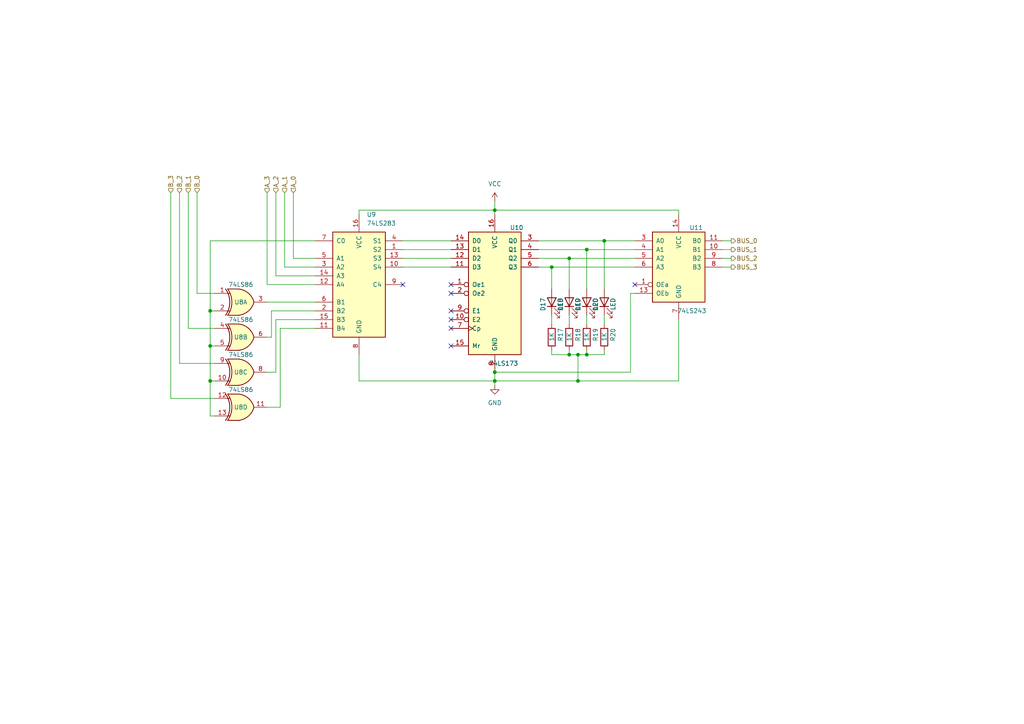
<source format=kicad_sch>
(kicad_sch (version 20230121) (generator eeschema)
  (paper "A4")
  (lib_symbols
    (symbol "74xx:74LS173" (pin_names (offset 1.016))
      (property "Reference" "U" (at -7.62 19.05 0))
      (property "Value" "74LS173" (at -7.62 -19.05 0))
      (symbol "74LS173_1_0"
        (pin input inverted (at -12.7 2.54 0) (length 5.08) (name "Oe1") (number "1"))
        (pin input inverted (at -12.7 -7.62 0) (length 5.08) (name "E2") (number "10"))
        (pin input line (at -12.7 7.62 0) (length 5.08) (name "D3") (number "11"))
        (pin input line (at -12.7 10.16 0) (length 5.08) (name "D2") (number "12"))
        (pin input line (at -12.7 12.7 0) (length 5.08) (name "D1") (number "13"))
        (pin input line (at -12.7 15.24 0) (length 5.08) (name "D0") (number "14"))
        (pin input line (at -12.7 -15.24 0) (length 5.08) (name "Mr") (number "15"))
        (pin power_in line (at 0 22.86 270) (length 5.08) (name "VCC") (number "16"))
        (pin input inverted (at -12.7 0 0) (length 5.08) (name "Oe2") (number "2"))
        (pin tri_state line (at 12.7 15.24 180) (length 5.08) (name "Q0") (number "3"))
        (pin tri_state line (at 12.7 12.7 180) (length 5.08) (name "Q1") (number "4"))
        (pin tri_state line (at 12.7 10.16 180) (length 5.08) (name "Q2") (number "5"))
        (pin tri_state line (at 12.7 7.62 180) (length 5.08) (name "Q3") (number "6"))
        (pin input clock (at -12.7 -10.16 0) (length 5.08) (name "Cp") (number "7"))
        (pin power_in line (at 0 -22.86 90) (length 5.08) (name "GND") (number "8"))
        (pin input inverted (at -12.7 -5.08 0) (length 5.08) (name "E1") (number "9"))
      )
      (symbol "74LS173_1_1"
        (rectangle (start -7.62 17.78) (end 7.62 -17.78) (stroke (width 0.254)) (fill (type background)))
      )
    )
    (symbol "74xx:74LS243" (pin_names (offset 1.016))
      (property "Reference" "U" (at -7.62 11.43 0))
      (property "Value" "74LS243" (at -7.62 -11.43 0))
      (symbol "74LS243_1_0"
        (pin input inverted (at -12.7 -5.08 0) (length 5.08) (name "OEa") (number "1"))
        (pin tri_state line (at 12.7 5.08 180) (length 5.08) (name "B1") (number "10"))
        (pin tri_state line (at 12.7 7.62 180) (length 5.08) (name "B0") (number "11"))
        (pin input line (at -12.7 -7.62 0) (length 5.08) (name "OEb") (number "13"))
        (pin power_in line (at 0 15.24 270) (length 5.08) (name "VCC") (number "14"))
        (pin input line (at -12.7 7.62 0) (length 5.08) (name "A0") (number "3"))
        (pin input line (at -12.7 5.08 0) (length 5.08) (name "A1") (number "4"))
        (pin input line (at -12.7 2.54 0) (length 5.08) (name "A2") (number "5"))
        (pin input line (at -12.7 0 0) (length 5.08) (name "A3") (number "6"))
        (pin power_in line (at 0 -15.24 90) (length 5.08) (name "GND") (number "7"))
        (pin tri_state line (at 12.7 0 180) (length 5.08) (name "B3") (number "8"))
        (pin tri_state line (at 12.7 2.54 180) (length 5.08) (name "B2") (number "9"))
      )
      (symbol "74LS243_1_1"
        (rectangle (start -7.62 10.16) (end 7.62 -10.16) (stroke (width 0.254)) (fill (type background)))
      )
    )
    (symbol "74xx:74LS283" (pin_names (offset 1.016))
      (property "Reference" "U" (at -7.62 16.51 0))
      (property "Value" "74LS283" (at -7.62 -16.51 0))
      (symbol "74LS283_1_0"
        (pin output line (at 12.7 10.16 180) (length 5.08) (name "S2") (number "1"))
        (pin output line (at 12.7 5.08 180) (length 5.08) (name "S4") (number "10"))
        (pin input line (at -12.7 -12.7 0) (length 5.08) (name "B4") (number "11"))
        (pin input line (at -12.7 0 0) (length 5.08) (name "A4") (number "12"))
        (pin output line (at 12.7 7.62 180) (length 5.08) (name "S3") (number "13"))
        (pin input line (at -12.7 2.54 0) (length 5.08) (name "A3") (number "14"))
        (pin input line (at -12.7 -10.16 0) (length 5.08) (name "B3") (number "15"))
        (pin power_in line (at 0 20.32 270) (length 5.08) (name "VCC") (number "16"))
        (pin input line (at -12.7 -7.62 0) (length 5.08) (name "B2") (number "2"))
        (pin input line (at -12.7 5.08 0) (length 5.08) (name "A2") (number "3"))
        (pin output line (at 12.7 12.7 180) (length 5.08) (name "S1") (number "4"))
        (pin input line (at -12.7 7.62 0) (length 5.08) (name "A1") (number "5"))
        (pin input line (at -12.7 -5.08 0) (length 5.08) (name "B1") (number "6"))
        (pin input line (at -12.7 12.7 0) (length 5.08) (name "C0") (number "7"))
        (pin power_in line (at 0 -20.32 90) (length 5.08) (name "GND") (number "8"))
        (pin output line (at 12.7 0 180) (length 5.08) (name "C4") (number "9"))
      )
      (symbol "74LS283_1_1"
        (rectangle (start -7.62 15.24) (end 7.62 -15.24) (stroke (width 0.254)) (fill (type background)))
      )
    )
    (symbol "74xx:74LS86" (pin_names (offset 1.016))
      (property "Reference" "U" (at 0 1.27 0))
      (property "Value" "74LS86" (at 0 -1.27 0))
      (symbol "74LS86_1_0"
        (arc (start -4.4196 -3.81) (mid -3.2033 0) (end -4.4196 3.81) (stroke (width 0.254)))
        (arc (start -3.81 -3.81) (mid -2.589 0) (end -3.81 3.81) (stroke (width 0.254)))
        (arc (start -0.6096 -3.81) (mid 2.1842 -2.5851) (end 3.81 0) (stroke (width 0.254)) (fill (type background)))
        (polyline (pts (xy -3.81 -3.81) (xy -0.635 -3.81)) (stroke (width 0.254)) (fill (type background)))
        (polyline (pts (xy -3.81 3.81) (xy -0.635 3.81)) (stroke (width 0.254)) (fill (type background)))
        (polyline (pts (xy -0.635 3.81) (xy -3.81 3.81) (xy -3.81 3.81) (xy -3.556 3.4036) (xy -3.0226 2.2606) (xy -2.6924 1.0414) (xy -2.6162 -0.254) (xy -2.7686 -1.4986) (xy -3.175 -2.7178) (xy -3.81 -3.81) (xy -3.81 -3.81) (xy -0.635 -3.81)) (stroke (width -25.4)) (fill (type background)))
        (arc (start 3.81 0) (mid 2.1915 2.5936) (end -0.6096 3.81) (stroke (width 0.254)) (fill (type background)))
        (pin input line (at -7.62 2.54 0) (length 4.445) (name "~") (number "1"))
        (pin input line (at -7.62 -2.54 0) (length 4.445) (name "~") (number "2"))
        (pin output line (at 7.62 0 180) (length 3.81) (name "~") (number "3"))
      )
      (symbol "74LS86_1_1"
        (polyline (pts (xy -3.81 -2.54) (xy -3.175 -2.54)) (stroke (width 0.1524)))
        (polyline (pts (xy -3.81 2.54) (xy -3.175 2.54)) (stroke (width 0.1524)))
      )
      (symbol "74LS86_2_0"
        (arc (start -4.4196 -3.81) (mid -3.2033 0) (end -4.4196 3.81) (stroke (width 0.254)))
        (arc (start -3.81 -3.81) (mid -2.589 0) (end -3.81 3.81) (stroke (width 0.254)))
        (arc (start -0.6096 -3.81) (mid 2.1842 -2.5851) (end 3.81 0) (stroke (width 0.254)) (fill (type background)))
        (polyline (pts (xy -3.81 -3.81) (xy -0.635 -3.81)) (stroke (width 0.254)) (fill (type background)))
        (polyline (pts (xy -3.81 3.81) (xy -0.635 3.81)) (stroke (width 0.254)) (fill (type background)))
        (polyline (pts (xy -0.635 3.81) (xy -3.81 3.81) (xy -3.81 3.81) (xy -3.556 3.4036) (xy -3.0226 2.2606) (xy -2.6924 1.0414) (xy -2.6162 -0.254) (xy -2.7686 -1.4986) (xy -3.175 -2.7178) (xy -3.81 -3.81) (xy -3.81 -3.81) (xy -0.635 -3.81)) (stroke (width -25.4)) (fill (type background)))
        (arc (start 3.81 0) (mid 2.1915 2.5936) (end -0.6096 3.81) (stroke (width 0.254)) (fill (type background)))
        (pin input line (at -7.62 2.54 0) (length 4.445) (name "~") (number "4"))
        (pin input line (at -7.62 -2.54 0) (length 4.445) (name "~") (number "5"))
        (pin output line (at 7.62 0 180) (length 3.81) (name "~") (number "6"))
      )
      (symbol "74LS86_2_1"
        (polyline (pts (xy -3.81 -2.54) (xy -3.175 -2.54)) (stroke (width 0.1524)))
        (polyline (pts (xy -3.81 2.54) (xy -3.175 2.54)) (stroke (width 0.1524)))
      )
      (symbol "74LS86_3_0"
        (arc (start -4.4196 -3.81) (mid -3.2033 0) (end -4.4196 3.81) (stroke (width 0.254)))
        (arc (start -3.81 -3.81) (mid -2.589 0) (end -3.81 3.81) (stroke (width 0.254)))
        (arc (start -0.6096 -3.81) (mid 2.1842 -2.5851) (end 3.81 0) (stroke (width 0.254)) (fill (type background)))
        (polyline (pts (xy -3.81 -3.81) (xy -0.635 -3.81)) (stroke (width 0.254)) (fill (type background)))
        (polyline (pts (xy -3.81 3.81) (xy -0.635 3.81)) (stroke (width 0.254)) (fill (type background)))
        (polyline (pts (xy -0.635 3.81) (xy -3.81 3.81) (xy -3.81 3.81) (xy -3.556 3.4036) (xy -3.0226 2.2606) (xy -2.6924 1.0414) (xy -2.6162 -0.254) (xy -2.7686 -1.4986) (xy -3.175 -2.7178) (xy -3.81 -3.81) (xy -3.81 -3.81) (xy -0.635 -3.81)) (stroke (width -25.4)) (fill (type background)))
        (arc (start 3.81 0) (mid 2.1915 2.5936) (end -0.6096 3.81) (stroke (width 0.254)) (fill (type background)))
        (pin input line (at -7.62 -2.54 0) (length 4.445) (name "~") (number "10"))
        (pin output line (at 7.62 0 180) (length 3.81) (name "~") (number "8"))
        (pin input line (at -7.62 2.54 0) (length 4.445) (name "~") (number "9"))
      )
      (symbol "74LS86_3_1"
        (polyline (pts (xy -3.81 -2.54) (xy -3.175 -2.54)) (stroke (width 0.1524)))
        (polyline (pts (xy -3.81 2.54) (xy -3.175 2.54)) (stroke (width 0.1524)))
      )
      (symbol "74LS86_4_0"
        (arc (start -4.4196 -3.81) (mid -3.2033 0) (end -4.4196 3.81) (stroke (width 0.254)))
        (arc (start -3.81 -3.81) (mid -2.589 0) (end -3.81 3.81) (stroke (width 0.254)))
        (arc (start -0.6096 -3.81) (mid 2.1842 -2.5851) (end 3.81 0) (stroke (width 0.254)) (fill (type background)))
        (polyline (pts (xy -3.81 -3.81) (xy -0.635 -3.81)) (stroke (width 0.254)) (fill (type background)))
        (polyline (pts (xy -3.81 3.81) (xy -0.635 3.81)) (stroke (width 0.254)) (fill (type background)))
        (polyline (pts (xy -0.635 3.81) (xy -3.81 3.81) (xy -3.81 3.81) (xy -3.556 3.4036) (xy -3.0226 2.2606) (xy -2.6924 1.0414) (xy -2.6162 -0.254) (xy -2.7686 -1.4986) (xy -3.175 -2.7178) (xy -3.81 -3.81) (xy -3.81 -3.81) (xy -0.635 -3.81)) (stroke (width -25.4)) (fill (type background)))
        (arc (start 3.81 0) (mid 2.1915 2.5936) (end -0.6096 3.81) (stroke (width 0.254)) (fill (type background)))
        (pin output line (at 7.62 0 180) (length 3.81) (name "~") (number "11"))
        (pin input line (at -7.62 2.54 0) (length 4.445) (name "~") (number "12"))
        (pin input line (at -7.62 -2.54 0) (length 4.445) (name "~") (number "13"))
      )
      (symbol "74LS86_4_1"
        (polyline (pts (xy -3.81 -2.54) (xy -3.175 -2.54)) (stroke (width 0.1524)))
        (polyline (pts (xy -3.81 2.54) (xy -3.175 2.54)) (stroke (width 0.1524)))
      )
      (symbol "74LS86_5_0"
        (pin power_in line (at 0 12.7 270) (length 5.08) (name "VCC") (number "14"))
        (pin power_in line (at 0 -12.7 90) (length 5.08) (name "GND") (number "7"))
      )
      (symbol "74LS86_5_1"
        (rectangle (start -5.08 7.62) (end 5.08 -7.62) (stroke (width 0.254)) (fill (type background)))
      )
    )
    (symbol "Device:LED" (pin_numbers hide) (pin_names (offset 1.016) hide)
      (property "Reference" "D" (at 0 2.54 0))
      (property "Value" "LED" (at 0 -2.54 0))
      (symbol "LED_0_1"
        (polyline (pts (xy -1.27 -1.27) (xy -1.27 1.27)) (stroke (width 0.254)))
        (polyline (pts (xy -1.27 0) (xy 1.27 0)))
        (polyline (pts (xy 1.27 -1.27) (xy 1.27 1.27) (xy -1.27 0) (xy 1.27 -1.27)) (stroke (width 0.254)))
        (polyline (pts (xy -3.048 -0.762) (xy -4.572 -2.286) (xy -3.81 -2.286) (xy -4.572 -2.286) (xy -4.572 -1.524)))
        (polyline (pts (xy -1.778 -0.762) (xy -3.302 -2.286) (xy -2.54 -2.286) (xy -3.302 -2.286) (xy -3.302 -1.524)))
      )
      (symbol "LED_1_1"
        (pin passive line (at -3.81 0 0) (length 2.54) (name "K") (number "1"))
        (pin passive line (at 3.81 0 180) (length 2.54) (name "A") (number "2"))
      )
    )
    (symbol "Device:R" (pin_numbers hide) (pin_names (offset 0))
      (property "Reference" "R" (at 2.032 0 90))
      (property "Value" "R" (at 0 0 90))
      (symbol "R_0_1"
        (rectangle (start -1.016 -2.54) (end 1.016 2.54) (stroke (width 0.254)))
      )
      (symbol "R_1_1"
        (pin passive line (at 0 3.81 270) (length 1.27) (name "~") (number "1"))
        (pin passive line (at 0 -3.81 90) (length 1.27) (name "~") (number "2"))
      )
    )
    (symbol "power:GND" (power) (pin_names (offset 0))
      (property "Value" "GND" (at 0 -3.81 0))
      (symbol "GND_0_1"
        (polyline (pts (xy 0 0) (xy 0 -1.27) (xy 1.27 -1.27) (xy 0 -2.54) (xy -1.27 -1.27) (xy 0 -1.27)))
      )
      (symbol "GND_1_1"
        (pin power_in line (at 0 0 270) (length 0) hide (name "GND") (number "1"))
      )
    )
    (symbol "power:VCC" (power) (pin_names (offset 0))
      (property "Value" "VCC" (at 0 3.81 0))
      (symbol "VCC_0_1"
        (polyline (pts (xy -0.762 1.27) (xy 0 2.54)))
        (polyline (pts (xy 0 0) (xy 0 2.54)))
        (polyline (pts (xy 0 2.54) (xy 0.762 1.27)))
      )
      (symbol "VCC_1_1"
        (pin power_in line (at 0 0 90) (length 0) hide (name "VCC") (number "1"))
      )
    )
  )
  (junction (at 143.51 110.49))
  (junction (at 165.1 102.87))
  (junction (at 143.51 60.96))
  (junction (at 170.18 102.87))
  (junction (at 60.96 110.49))
  (junction (at 143.51 107.95))
  (junction (at 167.64 110.49))
  (junction (at 175.26 69.85))
  (junction (at 165.1 74.93))
  (junction (at 160.02 77.47))
  (junction (at 60.96 90.17))
  (junction (at 60.96 100.33))
  (junction (at 170.18 72.39))
  (junction (at 167.64 102.87))
  (no_connect (at 116.84 82.55))
  (no_connect (at 130.81 92.71))
  (no_connect (at 130.81 85.09))
  (no_connect (at 130.81 82.55))
  (no_connect (at 130.81 100.33))
  (no_connect (at 130.81 90.17))
  (no_connect (at 130.81 95.25))
  (no_connect (at 184.15 82.55))
  (wire (pts (xy 57.15 85.09) (xy 62.23 85.09)))
  (wire (pts (xy 156.21 77.47) (xy 160.02 77.47)))
  (wire (pts (xy 170.18 83.82) (xy 170.18 72.39)))
  (wire (pts (xy 81.28 95.25) (xy 91.44 95.25)))
  (wire (pts (xy 104.14 60.96) (xy 104.14 62.23)))
  (wire (pts (xy 165.1 74.93) (xy 184.15 74.93)))
  (wire (pts (xy 167.64 102.87) (xy 165.1 102.87)))
  (wire (pts (xy 167.64 110.49) (xy 196.85 110.49)))
  (wire (pts (xy 81.28 118.11) (xy 81.28 95.25)))
  (wire (pts (xy 175.26 101.6) (xy 175.26 102.87)))
  (wire (pts (xy 104.14 60.96) (xy 143.51 60.96)))
  (wire (pts (xy 77.47 118.11) (xy 81.28 118.11)))
  (wire (pts (xy 85.09 74.93) (xy 91.44 74.93)))
  (wire (pts (xy 143.51 110.49) (xy 104.14 110.49)))
  (wire (pts (xy 91.44 77.47) (xy 82.55 77.47)))
  (wire (pts (xy 143.51 107.95) (xy 143.51 110.49)))
  (wire (pts (xy 170.18 91.44) (xy 170.18 93.98)))
  (wire (pts (xy 91.44 82.55) (xy 77.47 82.55)))
  (wire (pts (xy 60.96 110.49) (xy 60.96 120.65)))
  (wire (pts (xy 80.01 92.71) (xy 91.44 92.71)))
  (wire (pts (xy 156.21 74.93) (xy 165.1 74.93)))
  (wire (pts (xy 78.74 90.17) (xy 91.44 90.17)))
  (wire (pts (xy 52.07 55.88) (xy 52.07 105.41)))
  (wire (pts (xy 91.44 69.85) (xy 60.96 69.85)))
  (wire (pts (xy 80.01 80.01) (xy 91.44 80.01)))
  (wire (pts (xy 49.53 115.57) (xy 49.53 55.88)))
  (wire (pts (xy 80.01 107.95) (xy 80.01 92.71)))
  (wire (pts (xy 167.64 102.87) (xy 167.64 110.49)))
  (wire (pts (xy 156.21 69.85) (xy 175.26 69.85)))
  (wire (pts (xy 85.09 55.88) (xy 85.09 74.93)))
  (wire (pts (xy 209.55 77.47) (xy 212.09 77.47)))
  (wire (pts (xy 182.88 107.95) (xy 182.88 85.09)))
  (wire (pts (xy 165.1 83.82) (xy 165.1 74.93)))
  (wire (pts (xy 160.02 101.6) (xy 160.02 102.87)))
  (wire (pts (xy 60.96 100.33) (xy 62.23 100.33)))
  (wire (pts (xy 77.47 107.95) (xy 80.01 107.95)))
  (wire (pts (xy 143.51 107.95) (xy 182.88 107.95)))
  (wire (pts (xy 170.18 72.39) (xy 184.15 72.39)))
  (wire (pts (xy 62.23 95.25) (xy 54.61 95.25)))
  (wire (pts (xy 196.85 60.96) (xy 196.85 62.23)))
  (wire (pts (xy 160.02 83.82) (xy 160.02 77.47)))
  (wire (pts (xy 143.51 62.23) (xy 143.51 60.96)))
  (wire (pts (xy 60.96 90.17) (xy 60.96 100.33)))
  (wire (pts (xy 160.02 77.47) (xy 184.15 77.47)))
  (wire (pts (xy 165.1 91.44) (xy 165.1 93.98)))
  (wire (pts (xy 209.55 74.93) (xy 212.09 74.93)))
  (wire (pts (xy 82.55 77.47) (xy 82.55 55.88)))
  (wire (pts (xy 165.1 102.87) (xy 165.1 101.6)))
  (wire (pts (xy 196.85 110.49) (xy 196.85 92.71)))
  (wire (pts (xy 78.74 97.79) (xy 78.74 90.17)))
  (wire (pts (xy 143.51 60.96) (xy 143.51 58.42)))
  (wire (pts (xy 77.47 87.63) (xy 91.44 87.63)))
  (wire (pts (xy 57.15 55.88) (xy 57.15 85.09)))
  (wire (pts (xy 209.55 69.85) (xy 212.09 69.85)))
  (wire (pts (xy 182.88 85.09) (xy 184.15 85.09)))
  (wire (pts (xy 170.18 102.87) (xy 167.64 102.87)))
  (wire (pts (xy 54.61 95.25) (xy 54.61 55.88)))
  (wire (pts (xy 104.14 102.87) (xy 104.14 110.49)))
  (wire (pts (xy 77.47 82.55) (xy 77.47 55.88)))
  (wire (pts (xy 156.21 72.39) (xy 170.18 72.39)))
  (wire (pts (xy 60.96 100.33) (xy 60.96 110.49)))
  (wire (pts (xy 175.26 69.85) (xy 175.26 83.82)))
  (wire (pts (xy 160.02 102.87) (xy 165.1 102.87)))
  (wire (pts (xy 116.84 72.39) (xy 130.81 72.39)))
  (wire (pts (xy 170.18 101.6) (xy 170.18 102.87)))
  (wire (pts (xy 116.84 77.47) (xy 130.81 77.47)))
  (wire (pts (xy 116.84 74.93) (xy 130.81 74.93)))
  (wire (pts (xy 60.96 69.85) (xy 60.96 90.17)))
  (wire (pts (xy 175.26 102.87) (xy 170.18 102.87)))
  (wire (pts (xy 175.26 69.85) (xy 184.15 69.85)))
  (wire (pts (xy 116.84 69.85) (xy 130.81 69.85)))
  (wire (pts (xy 60.96 110.49) (xy 62.23 110.49)))
  (wire (pts (xy 60.96 120.65) (xy 62.23 120.65)))
  (wire (pts (xy 80.01 55.88) (xy 80.01 80.01)))
  (wire (pts (xy 209.55 72.39) (xy 212.09 72.39)))
  (wire (pts (xy 62.23 90.17) (xy 60.96 90.17)))
  (wire (pts (xy 143.51 110.49) (xy 143.51 111.76)))
  (wire (pts (xy 62.23 115.57) (xy 49.53 115.57)))
  (wire (pts (xy 77.47 97.79) (xy 78.74 97.79)))
  (wire (pts (xy 143.51 110.49) (xy 167.64 110.49)))
  (wire (pts (xy 175.26 91.44) (xy 175.26 93.98)))
  (wire (pts (xy 160.02 91.44) (xy 160.02 93.98)))
  (wire (pts (xy 52.07 105.41) (xy 62.23 105.41)))
  (wire (pts (xy 143.51 60.96) (xy 196.85 60.96)))
  (hierarchical_label "BUS_0" (shape output) (at 212.09 69.85 0))
  (hierarchical_label "A_0" (shape input) (at 85.09 55.88 90))
  (hierarchical_label "B_2" (shape input) (at 52.07 55.88 90))
  (hierarchical_label "B_1" (shape input) (at 54.61 55.88 90))
  (hierarchical_label "A_1" (shape input) (at 82.55 55.88 90))
  (hierarchical_label "A_2" (shape input) (at 80.01 55.88 90))
  (hierarchical_label "BUS_1" (shape output) (at 212.09 72.39 0))
  (hierarchical_label "BUS_3" (shape output) (at 212.09 77.47 0))
  (hierarchical_label "A_3" (shape input) (at 77.47 55.88 90))
  (hierarchical_label "B_3" (shape input) (at 49.53 55.88 90))
  (hierarchical_label "BUS_2" (shape output) (at 212.09 74.93 0))
  (hierarchical_label "B_0" (shape input) (at 57.15 55.88 90))
  (symbol (lib_id "Device:LED") (at 165.1 87.63 90) (unit 1)
    (property "Reference" "D18" (at 162.56 86.36 0) (effects (justify right)))
    (property "Value" "LED" (at 167.64 86.36 0) (effects (justify right)))
  )
  (symbol (lib_id "Device:LED") (at 175.26 87.63 90) (unit 1)
    (property "Reference" "D20" (at 172.72 86.36 0) (effects (justify right)))
    (property "Value" "LED" (at 177.8 86.36 0) (effects (justify right)))
  )
  (symbol (lib_id "74xx:74LS243") (at 196.85 77.47 0) (unit 1)
    (property "Reference" "U11" (at 201.93 66.04 0))
    (property "Value" "74LS243" (at 200.66 90.17 0))
    (property "Datasheet" "http://www.ti.com/lit/gpn/sn74LS243" (effects hide))
  )
  (symbol (lib_id "Device:R") (at 170.18 97.79 0) (unit 1)
    (property "Reference" "R19" (at 172.72 99.06 90) (effects (justify left)))
    (property "Value" "1K" (at 170.18 99.06 90) (effects (justify left)))
  )
  (symbol (lib_id "Device:LED") (at 160.02 87.63 90) (unit 1)
    (property "Reference" "D17" (at 157.48 86.36 0) (effects (justify right)))
    (property "Value" "LED" (at 162.56 86.36 0) (effects (justify right)))
  )
  (symbol (lib_id "74xx:74LS173") (at 143.51 85.09 0) (unit 1)
    (property "Reference" "U10" (at 149.86 66.04 0))
    (property "Value" "74LS173" (at 146.05 105.41 0))
    (property "Datasheet" "http://www.ti.com/lit/gpn/sn74LS173" (effects hide))
  )
  (symbol (lib_id "power:GND") (at 143.51 111.76 0) (unit 1)
    (property "Reference" "#PWR05" (effects hide))
    (property "Value" "GND" (at 143.51 116.84 0))
  )
  (symbol (lib_id "Device:R") (at 175.26 97.79 0) (unit 1)
    (property "Reference" "R20" (at 177.8 99.06 90) (effects (justify left)))
    (property "Value" "1K" (at 175.26 99.06 90) (effects (justify left)))
  )
  (symbol (lib_id "74xx:74LS86") (at 69.85 118.11 0) (unit 4)
    (property "Reference" "U8" (at 69.85 118.11 0))
    (property "Value" "74LS86" (at 69.85 113.03 0))
    (property "Datasheet" "74xx/74ls86.pdf" (effects hide))
  )
  (symbol (lib_id "Device:R") (at 160.02 97.79 0) (unit 1)
    (property "Reference" "R17" (at 162.56 99.06 90) (effects (justify left)))
    (property "Value" "1K" (at 160.02 99.06 90) (effects (justify left)))
  )
  (symbol (lib_id "74xx:74LS283") (at 104.14 82.55 0) (unit 1)
    (property "Reference" "U9" (at 106.3341 62.23 0) (effects (justify left)))
    (property "Value" "74LS283" (at 106.3341 64.77 0) (effects (justify left)))
    (property "Datasheet" "http://www.ti.com/lit/gpn/sn74LS283" (effects hide))
  )
  (symbol (lib_id "74xx:74LS86") (at 69.85 87.63 0) (unit 1)
    (property "Reference" "U8" (at 69.85 87.63 0))
    (property "Value" "74LS86" (at 69.85 82.55 0))
    (property "Datasheet" "74xx/74ls86.pdf" (effects hide))
  )
  (symbol (lib_id "Device:LED") (at 170.18 87.63 90) (unit 1)
    (property "Reference" "D19" (at 167.64 86.36 0) (effects (justify right)))
    (property "Value" "LED" (at 172.72 86.36 0) (effects (justify right)))
  )
  (symbol (lib_id "74xx:74LS86") (at 69.85 97.79 0) (unit 2)
    (property "Reference" "U8" (at 69.85 97.79 0))
    (property "Value" "74LS86" (at 69.85 92.71 0))
    (property "Datasheet" "74xx/74ls86.pdf" (effects hide))
  )
  (symbol (lib_id "Device:R") (at 165.1 97.79 0) (unit 1)
    (property "Reference" "R18" (at 167.64 99.06 90) (effects (justify left)))
    (property "Value" "1K" (at 165.1 99.06 90) (effects (justify left)))
  )
  (symbol (lib_id "74xx:74LS86") (at 69.85 107.95 0) (unit 3)
    (property "Reference" "U8" (at 69.85 107.95 0))
    (property "Value" "74LS86" (at 69.85 102.87 0))
    (property "Datasheet" "74xx/74ls86.pdf" (effects hide))
  )
  (symbol (lib_id "power:VCC") (at 143.51 58.42 0) (unit 1)
    (property "Reference" "#PWR07" (effects hide))
    (property "Value" "VCC" (at 143.51 53.34 0))
  )
)
</source>
